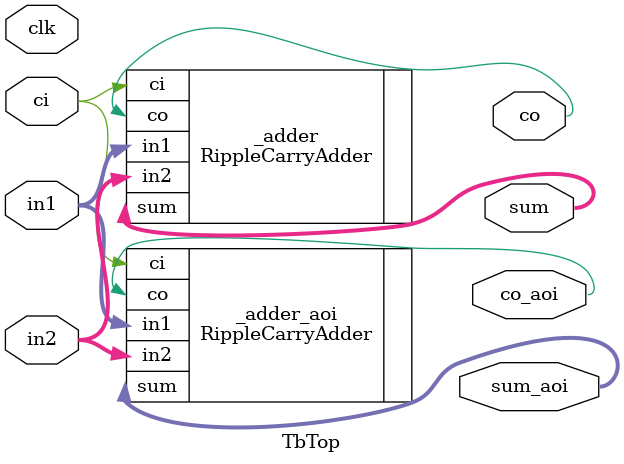
<source format=sv>
/* Verilog TB top module.
 *
 * Copyright Igor Lesik 2020.
 *
 * External C-TB drives the inputs and checks the outputs.
 */
module TbTop #(
    localparam WIDTH = 64
)(
    input  wire             clk,
    input  wire [WIDTH-1:0] in1,
    input  wire [WIDTH-1:0] in2,
    input  wire             ci,
    output reg  [WIDTH-1:0] sum,
    output reg              co,
    output reg  [WIDTH-1:0] sum_aoi,
    output reg              co_aoi
);

    RippleCarryAdder#(.WIDTH(WIDTH))
        _adder(.in1(in1),
               .in2(in2),
               .ci(ci),
               .co(co),
               .sum(sum)
    );

    RippleCarryAdder#(.WIDTH(WIDTH), 1)
        _adder_aoi(.in1(in1),
               .in2(in2),
               .ci(ci),
               .co(co_aoi),
               .sum(sum_aoi)
    );
endmodule: TbTop

</source>
